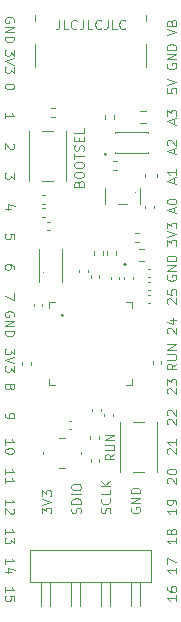
<source format=gbr>
%TF.GenerationSoftware,KiCad,Pcbnew,(6.0.1-0)*%
%TF.CreationDate,2023-04-29T18:30:50+02:00*%
%TF.ProjectId,archimedes,61726368-696d-4656-9465-732e6b696361,rev?*%
%TF.SameCoordinates,Original*%
%TF.FileFunction,Legend,Top*%
%TF.FilePolarity,Positive*%
%FSLAX46Y46*%
G04 Gerber Fmt 4.6, Leading zero omitted, Abs format (unit mm)*
G04 Created by KiCad (PCBNEW (6.0.1-0)) date 2023-04-29 18:30:50*
%MOMM*%
%LPD*%
G01*
G04 APERTURE LIST*
%ADD10C,0.100000*%
%ADD11C,0.120000*%
%ADD12C,0.150000*%
%ADD13C,0.160000*%
G04 APERTURE END LIST*
D10*
X157038095Y-110109523D02*
X157000000Y-110071428D01*
X156961904Y-109995238D01*
X156961904Y-109804761D01*
X157000000Y-109728571D01*
X157038095Y-109690476D01*
X157114285Y-109652380D01*
X157190476Y-109652380D01*
X157304761Y-109690476D01*
X157761904Y-110147619D01*
X157761904Y-109652380D01*
X156961904Y-109157142D02*
X156961904Y-109080952D01*
X157000000Y-109004761D01*
X157038095Y-108966666D01*
X157114285Y-108928571D01*
X157266666Y-108890476D01*
X157457142Y-108890476D01*
X157609523Y-108928571D01*
X157685714Y-108966666D01*
X157723809Y-109004761D01*
X157761904Y-109080952D01*
X157761904Y-109157142D01*
X157723809Y-109233333D01*
X157685714Y-109271428D01*
X157609523Y-109309523D01*
X157457142Y-109347619D01*
X157266666Y-109347619D01*
X157114285Y-109309523D01*
X157038095Y-109271428D01*
X157000000Y-109233333D01*
X156961904Y-109157142D01*
X157533333Y-84671428D02*
X157533333Y-84290476D01*
X157761904Y-84747619D02*
X156961904Y-84480952D01*
X157761904Y-84214285D01*
X157761904Y-83528571D02*
X157761904Y-83985714D01*
X157761904Y-83757142D02*
X156961904Y-83757142D01*
X157076190Y-83833333D01*
X157152380Y-83909523D01*
X157190476Y-83985714D01*
X157038095Y-107609523D02*
X157000000Y-107571428D01*
X156961904Y-107495238D01*
X156961904Y-107304761D01*
X157000000Y-107228571D01*
X157038095Y-107190476D01*
X157114285Y-107152380D01*
X157190476Y-107152380D01*
X157304761Y-107190476D01*
X157761904Y-107647619D01*
X157761904Y-107152380D01*
X157761904Y-106390476D02*
X157761904Y-106847619D01*
X157761904Y-106619047D02*
X156961904Y-106619047D01*
X157076190Y-106695238D01*
X157152380Y-106771428D01*
X157190476Y-106847619D01*
X152133809Y-112627619D02*
X152171904Y-112513333D01*
X152171904Y-112322857D01*
X152133809Y-112246666D01*
X152095714Y-112208571D01*
X152019523Y-112170476D01*
X151943333Y-112170476D01*
X151867142Y-112208571D01*
X151829047Y-112246666D01*
X151790952Y-112322857D01*
X151752857Y-112475238D01*
X151714761Y-112551428D01*
X151676666Y-112589523D01*
X151600476Y-112627619D01*
X151524285Y-112627619D01*
X151448095Y-112589523D01*
X151410000Y-112551428D01*
X151371904Y-112475238D01*
X151371904Y-112284761D01*
X151410000Y-112170476D01*
X152095714Y-111370476D02*
X152133809Y-111408571D01*
X152171904Y-111522857D01*
X152171904Y-111599047D01*
X152133809Y-111713333D01*
X152057619Y-111789523D01*
X151981428Y-111827619D01*
X151829047Y-111865714D01*
X151714761Y-111865714D01*
X151562380Y-111827619D01*
X151486190Y-111789523D01*
X151410000Y-111713333D01*
X151371904Y-111599047D01*
X151371904Y-111522857D01*
X151410000Y-111408571D01*
X151448095Y-111370476D01*
X152171904Y-110646666D02*
X152171904Y-111027619D01*
X151371904Y-111027619D01*
X152171904Y-110380000D02*
X151371904Y-110380000D01*
X152171904Y-109922857D02*
X151714761Y-110265714D01*
X151371904Y-109922857D02*
X151829047Y-110380000D01*
X152511904Y-107640476D02*
X152130952Y-107907142D01*
X152511904Y-108097619D02*
X151711904Y-108097619D01*
X151711904Y-107792857D01*
X151750000Y-107716666D01*
X151788095Y-107678571D01*
X151864285Y-107640476D01*
X151978571Y-107640476D01*
X152054761Y-107678571D01*
X152092857Y-107716666D01*
X152130952Y-107792857D01*
X152130952Y-108097619D01*
X151711904Y-107297619D02*
X152359523Y-107297619D01*
X152435714Y-107259523D01*
X152473809Y-107221428D01*
X152511904Y-107145238D01*
X152511904Y-106992857D01*
X152473809Y-106916666D01*
X152435714Y-106878571D01*
X152359523Y-106840476D01*
X151711904Y-106840476D01*
X152511904Y-106459523D02*
X151711904Y-106459523D01*
X152511904Y-106002380D01*
X151711904Y-106002380D01*
X156961904Y-76652380D02*
X156961904Y-77033333D01*
X157342857Y-77071428D01*
X157304761Y-77033333D01*
X157266666Y-76957142D01*
X157266666Y-76766666D01*
X157304761Y-76690476D01*
X157342857Y-76652380D01*
X157419047Y-76614285D01*
X157609523Y-76614285D01*
X157685714Y-76652380D01*
X157723809Y-76690476D01*
X157761904Y-76766666D01*
X157761904Y-76957142D01*
X157723809Y-77033333D01*
X157685714Y-77071428D01*
X156961904Y-76385714D02*
X157761904Y-76119047D01*
X156961904Y-75852380D01*
X143238095Y-111947619D02*
X143238095Y-111490476D01*
X143238095Y-111719047D02*
X144038095Y-111719047D01*
X143923809Y-111642857D01*
X143847619Y-111566666D01*
X143809523Y-111490476D01*
X143961904Y-112252380D02*
X144000000Y-112290476D01*
X144038095Y-112366666D01*
X144038095Y-112557142D01*
X144000000Y-112633333D01*
X143961904Y-112671428D01*
X143885714Y-112709523D01*
X143809523Y-112709523D01*
X143695238Y-112671428D01*
X143238095Y-112214285D01*
X143238095Y-112709523D01*
X144000000Y-71090476D02*
X144038095Y-71014285D01*
X144038095Y-70900000D01*
X144000000Y-70785714D01*
X143923809Y-70709523D01*
X143847619Y-70671428D01*
X143695238Y-70633333D01*
X143580952Y-70633333D01*
X143428571Y-70671428D01*
X143352380Y-70709523D01*
X143276190Y-70785714D01*
X143238095Y-70900000D01*
X143238095Y-70976190D01*
X143276190Y-71090476D01*
X143314285Y-71128571D01*
X143580952Y-71128571D01*
X143580952Y-70976190D01*
X143238095Y-71471428D02*
X144038095Y-71471428D01*
X143238095Y-71928571D01*
X144038095Y-71928571D01*
X143238095Y-72309523D02*
X144038095Y-72309523D01*
X144038095Y-72500000D01*
X144000000Y-72614285D01*
X143923809Y-72690476D01*
X143847619Y-72728571D01*
X143695238Y-72766666D01*
X143580952Y-72766666D01*
X143428571Y-72728571D01*
X143352380Y-72690476D01*
X143276190Y-72614285D01*
X143238095Y-72500000D01*
X143238095Y-72309523D01*
X157038095Y-94909523D02*
X157000000Y-94871428D01*
X156961904Y-94795238D01*
X156961904Y-94604761D01*
X157000000Y-94528571D01*
X157038095Y-94490476D01*
X157114285Y-94452380D01*
X157190476Y-94452380D01*
X157304761Y-94490476D01*
X157761904Y-94947619D01*
X157761904Y-94452380D01*
X156961904Y-93728571D02*
X156961904Y-94109523D01*
X157342857Y-94147619D01*
X157304761Y-94109523D01*
X157266666Y-94033333D01*
X157266666Y-93842857D01*
X157304761Y-93766666D01*
X157342857Y-93728571D01*
X157419047Y-93690476D01*
X157609523Y-93690476D01*
X157685714Y-93728571D01*
X157723809Y-93766666D01*
X157761904Y-93842857D01*
X157761904Y-94033333D01*
X157723809Y-94109523D01*
X157685714Y-94147619D01*
X157000000Y-74609523D02*
X156961904Y-74685714D01*
X156961904Y-74800000D01*
X157000000Y-74914285D01*
X157076190Y-74990476D01*
X157152380Y-75028571D01*
X157304761Y-75066666D01*
X157419047Y-75066666D01*
X157571428Y-75028571D01*
X157647619Y-74990476D01*
X157723809Y-74914285D01*
X157761904Y-74800000D01*
X157761904Y-74723809D01*
X157723809Y-74609523D01*
X157685714Y-74571428D01*
X157419047Y-74571428D01*
X157419047Y-74723809D01*
X157761904Y-74228571D02*
X156961904Y-74228571D01*
X157761904Y-73771428D01*
X156961904Y-73771428D01*
X157761904Y-73390476D02*
X156961904Y-73390476D01*
X156961904Y-73200000D01*
X157000000Y-73085714D01*
X157076190Y-73009523D01*
X157152380Y-72971428D01*
X157304761Y-72933333D01*
X157419047Y-72933333D01*
X157571428Y-72971428D01*
X157647619Y-73009523D01*
X157723809Y-73085714D01*
X157761904Y-73200000D01*
X157761904Y-73390476D01*
X157038095Y-97409523D02*
X157000000Y-97371428D01*
X156961904Y-97295238D01*
X156961904Y-97104761D01*
X157000000Y-97028571D01*
X157038095Y-96990476D01*
X157114285Y-96952380D01*
X157190476Y-96952380D01*
X157304761Y-96990476D01*
X157761904Y-97447619D01*
X157761904Y-96952380D01*
X157228571Y-96266666D02*
X157761904Y-96266666D01*
X156923809Y-96457142D02*
X157495238Y-96647619D01*
X157495238Y-96152380D01*
X153910000Y-112170476D02*
X153871904Y-112246666D01*
X153871904Y-112360952D01*
X153910000Y-112475238D01*
X153986190Y-112551428D01*
X154062380Y-112589523D01*
X154214761Y-112627619D01*
X154329047Y-112627619D01*
X154481428Y-112589523D01*
X154557619Y-112551428D01*
X154633809Y-112475238D01*
X154671904Y-112360952D01*
X154671904Y-112284761D01*
X154633809Y-112170476D01*
X154595714Y-112132380D01*
X154329047Y-112132380D01*
X154329047Y-112284761D01*
X154671904Y-111789523D02*
X153871904Y-111789523D01*
X154671904Y-111332380D01*
X153871904Y-111332380D01*
X154671904Y-110951428D02*
X153871904Y-110951428D01*
X153871904Y-110760952D01*
X153910000Y-110646666D01*
X153986190Y-110570476D01*
X154062380Y-110532380D01*
X154214761Y-110494285D01*
X154329047Y-110494285D01*
X154481428Y-110532380D01*
X154557619Y-110570476D01*
X154633809Y-110646666D01*
X154671904Y-110760952D01*
X154671904Y-110951428D01*
X143961904Y-81371428D02*
X144000000Y-81409523D01*
X144038095Y-81485714D01*
X144038095Y-81676190D01*
X144000000Y-81752380D01*
X143961904Y-81790476D01*
X143885714Y-81828571D01*
X143809523Y-81828571D01*
X143695238Y-81790476D01*
X143238095Y-81333333D01*
X143238095Y-81828571D01*
X144038095Y-76461904D02*
X144038095Y-76538095D01*
X144000000Y-76614285D01*
X143961904Y-76652380D01*
X143885714Y-76690476D01*
X143733333Y-76728571D01*
X143542857Y-76728571D01*
X143390476Y-76690476D01*
X143314285Y-76652380D01*
X143276190Y-76614285D01*
X143238095Y-76538095D01*
X143238095Y-76461904D01*
X143276190Y-76385714D01*
X143314285Y-76347619D01*
X143390476Y-76309523D01*
X143542857Y-76271428D01*
X143733333Y-76271428D01*
X143885714Y-76309523D01*
X143961904Y-76347619D01*
X144000000Y-76385714D01*
X144038095Y-76461904D01*
X157761904Y-99990476D02*
X157380952Y-100257142D01*
X157761904Y-100447619D02*
X156961904Y-100447619D01*
X156961904Y-100142857D01*
X157000000Y-100066666D01*
X157038095Y-100028571D01*
X157114285Y-99990476D01*
X157228571Y-99990476D01*
X157304761Y-100028571D01*
X157342857Y-100066666D01*
X157380952Y-100142857D01*
X157380952Y-100447619D01*
X156961904Y-99647619D02*
X157609523Y-99647619D01*
X157685714Y-99609523D01*
X157723809Y-99571428D01*
X157761904Y-99495238D01*
X157761904Y-99342857D01*
X157723809Y-99266666D01*
X157685714Y-99228571D01*
X157609523Y-99190476D01*
X156961904Y-99190476D01*
X157761904Y-98809523D02*
X156961904Y-98809523D01*
X157761904Y-98352380D01*
X156961904Y-98352380D01*
X157038095Y-102509523D02*
X157000000Y-102471428D01*
X156961904Y-102395238D01*
X156961904Y-102204761D01*
X157000000Y-102128571D01*
X157038095Y-102090476D01*
X157114285Y-102052380D01*
X157190476Y-102052380D01*
X157304761Y-102090476D01*
X157761904Y-102547619D01*
X157761904Y-102052380D01*
X156961904Y-101785714D02*
X156961904Y-101290476D01*
X157266666Y-101557142D01*
X157266666Y-101442857D01*
X157304761Y-101366666D01*
X157342857Y-101328571D01*
X157419047Y-101290476D01*
X157609523Y-101290476D01*
X157685714Y-101328571D01*
X157723809Y-101366666D01*
X157761904Y-101442857D01*
X157761904Y-101671428D01*
X157723809Y-101747619D01*
X157685714Y-101785714D01*
X157761904Y-119602380D02*
X157761904Y-120059523D01*
X157761904Y-119830952D02*
X156961904Y-119830952D01*
X157076190Y-119907142D01*
X157152380Y-119983333D01*
X157190476Y-120059523D01*
X156961904Y-118916666D02*
X156961904Y-119069047D01*
X157000000Y-119145238D01*
X157038095Y-119183333D01*
X157152380Y-119259523D01*
X157304761Y-119297619D01*
X157609523Y-119297619D01*
X157685714Y-119259523D01*
X157723809Y-119221428D01*
X157761904Y-119145238D01*
X157761904Y-118992857D01*
X157723809Y-118916666D01*
X157685714Y-118878571D01*
X157609523Y-118840476D01*
X157419047Y-118840476D01*
X157342857Y-118878571D01*
X157304761Y-118916666D01*
X157266666Y-118992857D01*
X157266666Y-119145238D01*
X157304761Y-119221428D01*
X157342857Y-119259523D01*
X157419047Y-119297619D01*
X156961904Y-89990476D02*
X156961904Y-89495238D01*
X157266666Y-89761904D01*
X157266666Y-89647619D01*
X157304761Y-89571428D01*
X157342857Y-89533333D01*
X157419047Y-89495238D01*
X157609523Y-89495238D01*
X157685714Y-89533333D01*
X157723809Y-89571428D01*
X157761904Y-89647619D01*
X157761904Y-89876190D01*
X157723809Y-89952380D01*
X157685714Y-89990476D01*
X156961904Y-89266666D02*
X157761904Y-89000000D01*
X156961904Y-88733333D01*
X156961904Y-88542857D02*
X156961904Y-88047619D01*
X157266666Y-88314285D01*
X157266666Y-88200000D01*
X157304761Y-88123809D01*
X157342857Y-88085714D01*
X157419047Y-88047619D01*
X157609523Y-88047619D01*
X157685714Y-88085714D01*
X157723809Y-88123809D01*
X157761904Y-88200000D01*
X157761904Y-88428571D01*
X157723809Y-88504761D01*
X157685714Y-88542857D01*
X143238095Y-104247619D02*
X143238095Y-104400000D01*
X143276190Y-104476190D01*
X143314285Y-104514285D01*
X143428571Y-104590476D01*
X143580952Y-104628571D01*
X143885714Y-104628571D01*
X143961904Y-104590476D01*
X144000000Y-104552380D01*
X144038095Y-104476190D01*
X144038095Y-104323809D01*
X144000000Y-104247619D01*
X143961904Y-104209523D01*
X143885714Y-104171428D01*
X143695238Y-104171428D01*
X143619047Y-104209523D01*
X143580952Y-104247619D01*
X143542857Y-104323809D01*
X143542857Y-104476190D01*
X143580952Y-104552380D01*
X143619047Y-104590476D01*
X143695238Y-104628571D01*
X144038095Y-83833333D02*
X144038095Y-84328571D01*
X143733333Y-84061904D01*
X143733333Y-84176190D01*
X143695238Y-84252380D01*
X143657142Y-84290476D01*
X143580952Y-84328571D01*
X143390476Y-84328571D01*
X143314285Y-84290476D01*
X143276190Y-84252380D01*
X143238095Y-84176190D01*
X143238095Y-83947619D01*
X143276190Y-83871428D01*
X143314285Y-83833333D01*
X143771428Y-86852380D02*
X143238095Y-86852380D01*
X144076190Y-86661904D02*
X143504761Y-86471428D01*
X143504761Y-86966666D01*
X144038095Y-94033333D02*
X144038095Y-94566666D01*
X143238095Y-94223809D01*
X157533333Y-87171428D02*
X157533333Y-86790476D01*
X157761904Y-87247619D02*
X156961904Y-86980952D01*
X157761904Y-86714285D01*
X156961904Y-86295238D02*
X156961904Y-86219047D01*
X157000000Y-86142857D01*
X157038095Y-86104761D01*
X157114285Y-86066666D01*
X157266666Y-86028571D01*
X157457142Y-86028571D01*
X157609523Y-86066666D01*
X157685714Y-86104761D01*
X157723809Y-86142857D01*
X157761904Y-86219047D01*
X157761904Y-86295238D01*
X157723809Y-86371428D01*
X157685714Y-86409523D01*
X157609523Y-86447619D01*
X157457142Y-86485714D01*
X157266666Y-86485714D01*
X157114285Y-86447619D01*
X157038095Y-86409523D01*
X157000000Y-86371428D01*
X156961904Y-86295238D01*
X143238095Y-109347619D02*
X143238095Y-108890476D01*
X143238095Y-109119047D02*
X144038095Y-109119047D01*
X143923809Y-109042857D01*
X143847619Y-108966666D01*
X143809523Y-108890476D01*
X143238095Y-110109523D02*
X143238095Y-109652380D01*
X143238095Y-109880952D02*
X144038095Y-109880952D01*
X143923809Y-109804761D01*
X143847619Y-109728571D01*
X143809523Y-109652380D01*
X147833333Y-70861904D02*
X147833333Y-71433333D01*
X147795238Y-71547619D01*
X147719047Y-71623809D01*
X147604761Y-71661904D01*
X147528571Y-71661904D01*
X148595238Y-71661904D02*
X148214285Y-71661904D01*
X148214285Y-70861904D01*
X149319047Y-71585714D02*
X149280952Y-71623809D01*
X149166666Y-71661904D01*
X149090476Y-71661904D01*
X148976190Y-71623809D01*
X148900000Y-71547619D01*
X148861904Y-71471428D01*
X148823809Y-71319047D01*
X148823809Y-71204761D01*
X148861904Y-71052380D01*
X148900000Y-70976190D01*
X148976190Y-70900000D01*
X149090476Y-70861904D01*
X149166666Y-70861904D01*
X149280952Y-70900000D01*
X149319047Y-70938095D01*
X149890476Y-70861904D02*
X149890476Y-71433333D01*
X149852380Y-71547619D01*
X149776190Y-71623809D01*
X149661904Y-71661904D01*
X149585714Y-71661904D01*
X150652380Y-71661904D02*
X150271428Y-71661904D01*
X150271428Y-70861904D01*
X151376190Y-71585714D02*
X151338095Y-71623809D01*
X151223809Y-71661904D01*
X151147619Y-71661904D01*
X151033333Y-71623809D01*
X150957142Y-71547619D01*
X150919047Y-71471428D01*
X150880952Y-71319047D01*
X150880952Y-71204761D01*
X150919047Y-71052380D01*
X150957142Y-70976190D01*
X151033333Y-70900000D01*
X151147619Y-70861904D01*
X151223809Y-70861904D01*
X151338095Y-70900000D01*
X151376190Y-70938095D01*
X151947619Y-70861904D02*
X151947619Y-71433333D01*
X151909523Y-71547619D01*
X151833333Y-71623809D01*
X151719047Y-71661904D01*
X151642857Y-71661904D01*
X152709523Y-71661904D02*
X152328571Y-71661904D01*
X152328571Y-70861904D01*
X153433333Y-71585714D02*
X153395238Y-71623809D01*
X153280952Y-71661904D01*
X153204761Y-71661904D01*
X153090476Y-71623809D01*
X153014285Y-71547619D01*
X152976190Y-71471428D01*
X152938095Y-71319047D01*
X152938095Y-71204761D01*
X152976190Y-71052380D01*
X153014285Y-70976190D01*
X153090476Y-70900000D01*
X153204761Y-70861904D01*
X153280952Y-70861904D01*
X153395238Y-70900000D01*
X153433333Y-70938095D01*
X144000000Y-95990476D02*
X144038095Y-95914285D01*
X144038095Y-95800000D01*
X144000000Y-95685714D01*
X143923809Y-95609523D01*
X143847619Y-95571428D01*
X143695238Y-95533333D01*
X143580952Y-95533333D01*
X143428571Y-95571428D01*
X143352380Y-95609523D01*
X143276190Y-95685714D01*
X143238095Y-95800000D01*
X143238095Y-95876190D01*
X143276190Y-95990476D01*
X143314285Y-96028571D01*
X143580952Y-96028571D01*
X143580952Y-95876190D01*
X143238095Y-96371428D02*
X144038095Y-96371428D01*
X143238095Y-96828571D01*
X144038095Y-96828571D01*
X143238095Y-97209523D02*
X144038095Y-97209523D01*
X144038095Y-97400000D01*
X144000000Y-97514285D01*
X143923809Y-97590476D01*
X143847619Y-97628571D01*
X143695238Y-97666666D01*
X143580952Y-97666666D01*
X143428571Y-97628571D01*
X143352380Y-97590476D01*
X143276190Y-97514285D01*
X143238095Y-97400000D01*
X143238095Y-97209523D01*
X157533333Y-79671428D02*
X157533333Y-79290476D01*
X157761904Y-79747619D02*
X156961904Y-79480952D01*
X157761904Y-79214285D01*
X156961904Y-79023809D02*
X156961904Y-78528571D01*
X157266666Y-78795238D01*
X157266666Y-78680952D01*
X157304761Y-78604761D01*
X157342857Y-78566666D01*
X157419047Y-78528571D01*
X157609523Y-78528571D01*
X157685714Y-78566666D01*
X157723809Y-78604761D01*
X157761904Y-78680952D01*
X157761904Y-78909523D01*
X157723809Y-78985714D01*
X157685714Y-79023809D01*
X157761904Y-114752380D02*
X157761904Y-115209523D01*
X157761904Y-114980952D02*
X156961904Y-114980952D01*
X157076190Y-115057142D01*
X157152380Y-115133333D01*
X157190476Y-115209523D01*
X157304761Y-114295238D02*
X157266666Y-114371428D01*
X157228571Y-114409523D01*
X157152380Y-114447619D01*
X157114285Y-114447619D01*
X157038095Y-114409523D01*
X157000000Y-114371428D01*
X156961904Y-114295238D01*
X156961904Y-114142857D01*
X157000000Y-114066666D01*
X157038095Y-114028571D01*
X157114285Y-113990476D01*
X157152380Y-113990476D01*
X157228571Y-114028571D01*
X157266666Y-114066666D01*
X157304761Y-114142857D01*
X157304761Y-114295238D01*
X157342857Y-114371428D01*
X157380952Y-114409523D01*
X157457142Y-114447619D01*
X157609523Y-114447619D01*
X157685714Y-114409523D01*
X157723809Y-114371428D01*
X157761904Y-114295238D01*
X157761904Y-114142857D01*
X157723809Y-114066666D01*
X157685714Y-114028571D01*
X157609523Y-113990476D01*
X157457142Y-113990476D01*
X157380952Y-114028571D01*
X157342857Y-114066666D01*
X157304761Y-114142857D01*
X143695238Y-101823809D02*
X143733333Y-101747619D01*
X143771428Y-101709523D01*
X143847619Y-101671428D01*
X143885714Y-101671428D01*
X143961904Y-101709523D01*
X144000000Y-101747619D01*
X144038095Y-101823809D01*
X144038095Y-101976190D01*
X144000000Y-102052380D01*
X143961904Y-102090476D01*
X143885714Y-102128571D01*
X143847619Y-102128571D01*
X143771428Y-102090476D01*
X143733333Y-102052380D01*
X143695238Y-101976190D01*
X143695238Y-101823809D01*
X143657142Y-101747619D01*
X143619047Y-101709523D01*
X143542857Y-101671428D01*
X143390476Y-101671428D01*
X143314285Y-101709523D01*
X143276190Y-101747619D01*
X143238095Y-101823809D01*
X143238095Y-101976190D01*
X143276190Y-102052380D01*
X143314285Y-102090476D01*
X143390476Y-102128571D01*
X143542857Y-102128571D01*
X143619047Y-102090476D01*
X143657142Y-102052380D01*
X143695238Y-101976190D01*
X144038095Y-73409523D02*
X144038095Y-73904761D01*
X143733333Y-73638095D01*
X143733333Y-73752380D01*
X143695238Y-73828571D01*
X143657142Y-73866666D01*
X143580952Y-73904761D01*
X143390476Y-73904761D01*
X143314285Y-73866666D01*
X143276190Y-73828571D01*
X143238095Y-73752380D01*
X143238095Y-73523809D01*
X143276190Y-73447619D01*
X143314285Y-73409523D01*
X144038095Y-74133333D02*
X143238095Y-74400000D01*
X144038095Y-74666666D01*
X144038095Y-74857142D02*
X144038095Y-75352380D01*
X143733333Y-75085714D01*
X143733333Y-75200000D01*
X143695238Y-75276190D01*
X143657142Y-75314285D01*
X143580952Y-75352380D01*
X143390476Y-75352380D01*
X143314285Y-75314285D01*
X143276190Y-75276190D01*
X143238095Y-75200000D01*
X143238095Y-74971428D01*
X143276190Y-74895238D01*
X143314285Y-74857142D01*
X143238095Y-106847619D02*
X143238095Y-106390476D01*
X143238095Y-106619047D02*
X144038095Y-106619047D01*
X143923809Y-106542857D01*
X143847619Y-106466666D01*
X143809523Y-106390476D01*
X144038095Y-107342857D02*
X144038095Y-107419047D01*
X144000000Y-107495238D01*
X143961904Y-107533333D01*
X143885714Y-107571428D01*
X143733333Y-107609523D01*
X143542857Y-107609523D01*
X143390476Y-107571428D01*
X143314285Y-107533333D01*
X143276190Y-107495238D01*
X143238095Y-107419047D01*
X143238095Y-107342857D01*
X143276190Y-107266666D01*
X143314285Y-107228571D01*
X143390476Y-107190476D01*
X143542857Y-107152380D01*
X143733333Y-107152380D01*
X143885714Y-107190476D01*
X143961904Y-107228571D01*
X144000000Y-107266666D01*
X144038095Y-107342857D01*
X143238095Y-116947619D02*
X143238095Y-116490476D01*
X143238095Y-116719047D02*
X144038095Y-116719047D01*
X143923809Y-116642857D01*
X143847619Y-116566666D01*
X143809523Y-116490476D01*
X143771428Y-117633333D02*
X143238095Y-117633333D01*
X144076190Y-117442857D02*
X143504761Y-117252380D01*
X143504761Y-117747619D01*
X143238095Y-79228571D02*
X143238095Y-78771428D01*
X143238095Y-79000000D02*
X144038095Y-79000000D01*
X143923809Y-78923809D01*
X143847619Y-78847619D01*
X143809523Y-78771428D01*
X157038095Y-105109523D02*
X157000000Y-105071428D01*
X156961904Y-104995238D01*
X156961904Y-104804761D01*
X157000000Y-104728571D01*
X157038095Y-104690476D01*
X157114285Y-104652380D01*
X157190476Y-104652380D01*
X157304761Y-104690476D01*
X157761904Y-105147619D01*
X157761904Y-104652380D01*
X157038095Y-104347619D02*
X157000000Y-104309523D01*
X156961904Y-104233333D01*
X156961904Y-104042857D01*
X157000000Y-103966666D01*
X157038095Y-103928571D01*
X157114285Y-103890476D01*
X157190476Y-103890476D01*
X157304761Y-103928571D01*
X157761904Y-104385714D01*
X157761904Y-103890476D01*
X157761904Y-117252380D02*
X157761904Y-117709523D01*
X157761904Y-117480952D02*
X156961904Y-117480952D01*
X157076190Y-117557142D01*
X157152380Y-117633333D01*
X157190476Y-117709523D01*
X156961904Y-116985714D02*
X156961904Y-116452380D01*
X157761904Y-116795238D01*
X143238095Y-119347619D02*
X143238095Y-118890476D01*
X143238095Y-119119047D02*
X144038095Y-119119047D01*
X143923809Y-119042857D01*
X143847619Y-118966666D01*
X143809523Y-118890476D01*
X144038095Y-120071428D02*
X144038095Y-119690476D01*
X143657142Y-119652380D01*
X143695238Y-119690476D01*
X143733333Y-119766666D01*
X143733333Y-119957142D01*
X143695238Y-120033333D01*
X143657142Y-120071428D01*
X143580952Y-120109523D01*
X143390476Y-120109523D01*
X143314285Y-120071428D01*
X143276190Y-120033333D01*
X143238095Y-119957142D01*
X143238095Y-119766666D01*
X143276190Y-119690476D01*
X143314285Y-119652380D01*
X143238095Y-114447619D02*
X143238095Y-113990476D01*
X143238095Y-114219047D02*
X144038095Y-114219047D01*
X143923809Y-114142857D01*
X143847619Y-114066666D01*
X143809523Y-113990476D01*
X144038095Y-114714285D02*
X144038095Y-115209523D01*
X143733333Y-114942857D01*
X143733333Y-115057142D01*
X143695238Y-115133333D01*
X143657142Y-115171428D01*
X143580952Y-115209523D01*
X143390476Y-115209523D01*
X143314285Y-115171428D01*
X143276190Y-115133333D01*
X143238095Y-115057142D01*
X143238095Y-114828571D01*
X143276190Y-114752380D01*
X143314285Y-114714285D01*
X156961904Y-72166666D02*
X157761904Y-71900000D01*
X156961904Y-71633333D01*
X157342857Y-71100000D02*
X157380952Y-70985714D01*
X157419047Y-70947619D01*
X157495238Y-70909523D01*
X157609523Y-70909523D01*
X157685714Y-70947619D01*
X157723809Y-70985714D01*
X157761904Y-71061904D01*
X157761904Y-71366666D01*
X156961904Y-71366666D01*
X156961904Y-71100000D01*
X157000000Y-71023809D01*
X157038095Y-70985714D01*
X157114285Y-70947619D01*
X157190476Y-70947619D01*
X157266666Y-70985714D01*
X157304761Y-71023809D01*
X157342857Y-71100000D01*
X157342857Y-71366666D01*
X157761904Y-112252380D02*
X157761904Y-112709523D01*
X157761904Y-112480952D02*
X156961904Y-112480952D01*
X157076190Y-112557142D01*
X157152380Y-112633333D01*
X157190476Y-112709523D01*
X157761904Y-111871428D02*
X157761904Y-111719047D01*
X157723809Y-111642857D01*
X157685714Y-111604761D01*
X157571428Y-111528571D01*
X157419047Y-111490476D01*
X157114285Y-111490476D01*
X157038095Y-111528571D01*
X157000000Y-111566666D01*
X156961904Y-111642857D01*
X156961904Y-111795238D01*
X157000000Y-111871428D01*
X157038095Y-111909523D01*
X157114285Y-111947619D01*
X157304761Y-111947619D01*
X157380952Y-111909523D01*
X157419047Y-111871428D01*
X157457142Y-111795238D01*
X157457142Y-111642857D01*
X157419047Y-111566666D01*
X157380952Y-111528571D01*
X157304761Y-111490476D01*
X157533333Y-82171428D02*
X157533333Y-81790476D01*
X157761904Y-82247619D02*
X156961904Y-81980952D01*
X157761904Y-81714285D01*
X157038095Y-81485714D02*
X157000000Y-81447619D01*
X156961904Y-81371428D01*
X156961904Y-81180952D01*
X157000000Y-81104761D01*
X157038095Y-81066666D01*
X157114285Y-81028571D01*
X157190476Y-81028571D01*
X157304761Y-81066666D01*
X157761904Y-81523809D01*
X157761904Y-81028571D01*
X146371904Y-112665714D02*
X146371904Y-112170476D01*
X146676666Y-112437142D01*
X146676666Y-112322857D01*
X146714761Y-112246666D01*
X146752857Y-112208571D01*
X146829047Y-112170476D01*
X147019523Y-112170476D01*
X147095714Y-112208571D01*
X147133809Y-112246666D01*
X147171904Y-112322857D01*
X147171904Y-112551428D01*
X147133809Y-112627619D01*
X147095714Y-112665714D01*
X146371904Y-111941904D02*
X147171904Y-111675238D01*
X146371904Y-111408571D01*
X146371904Y-111218095D02*
X146371904Y-110722857D01*
X146676666Y-110989523D01*
X146676666Y-110875238D01*
X146714761Y-110799047D01*
X146752857Y-110760952D01*
X146829047Y-110722857D01*
X147019523Y-110722857D01*
X147095714Y-110760952D01*
X147133809Y-110799047D01*
X147171904Y-110875238D01*
X147171904Y-111103809D01*
X147133809Y-111180000D01*
X147095714Y-111218095D01*
X149492857Y-84752380D02*
X149530952Y-84638095D01*
X149569047Y-84600000D01*
X149645238Y-84561904D01*
X149759523Y-84561904D01*
X149835714Y-84600000D01*
X149873809Y-84638095D01*
X149911904Y-84714285D01*
X149911904Y-85019047D01*
X149111904Y-85019047D01*
X149111904Y-84752380D01*
X149150000Y-84676190D01*
X149188095Y-84638095D01*
X149264285Y-84600000D01*
X149340476Y-84600000D01*
X149416666Y-84638095D01*
X149454761Y-84676190D01*
X149492857Y-84752380D01*
X149492857Y-85019047D01*
X149111904Y-84066666D02*
X149111904Y-83914285D01*
X149150000Y-83838095D01*
X149226190Y-83761904D01*
X149378571Y-83723809D01*
X149645238Y-83723809D01*
X149797619Y-83761904D01*
X149873809Y-83838095D01*
X149911904Y-83914285D01*
X149911904Y-84066666D01*
X149873809Y-84142857D01*
X149797619Y-84219047D01*
X149645238Y-84257142D01*
X149378571Y-84257142D01*
X149226190Y-84219047D01*
X149150000Y-84142857D01*
X149111904Y-84066666D01*
X149111904Y-83228571D02*
X149111904Y-83076190D01*
X149150000Y-83000000D01*
X149226190Y-82923809D01*
X149378571Y-82885714D01*
X149645238Y-82885714D01*
X149797619Y-82923809D01*
X149873809Y-83000000D01*
X149911904Y-83076190D01*
X149911904Y-83228571D01*
X149873809Y-83304761D01*
X149797619Y-83380952D01*
X149645238Y-83419047D01*
X149378571Y-83419047D01*
X149226190Y-83380952D01*
X149150000Y-83304761D01*
X149111904Y-83228571D01*
X149111904Y-82657142D02*
X149111904Y-82200000D01*
X149911904Y-82428571D02*
X149111904Y-82428571D01*
X149873809Y-81971428D02*
X149911904Y-81857142D01*
X149911904Y-81666666D01*
X149873809Y-81590476D01*
X149835714Y-81552380D01*
X149759523Y-81514285D01*
X149683333Y-81514285D01*
X149607142Y-81552380D01*
X149569047Y-81590476D01*
X149530952Y-81666666D01*
X149492857Y-81819047D01*
X149454761Y-81895238D01*
X149416666Y-81933333D01*
X149340476Y-81971428D01*
X149264285Y-81971428D01*
X149188095Y-81933333D01*
X149150000Y-81895238D01*
X149111904Y-81819047D01*
X149111904Y-81628571D01*
X149150000Y-81514285D01*
X149492857Y-81171428D02*
X149492857Y-80904761D01*
X149911904Y-80790476D02*
X149911904Y-81171428D01*
X149111904Y-81171428D01*
X149111904Y-80790476D01*
X149911904Y-80066666D02*
X149911904Y-80447619D01*
X149111904Y-80447619D01*
X144038095Y-98709523D02*
X144038095Y-99204761D01*
X143733333Y-98938095D01*
X143733333Y-99052380D01*
X143695238Y-99128571D01*
X143657142Y-99166666D01*
X143580952Y-99204761D01*
X143390476Y-99204761D01*
X143314285Y-99166666D01*
X143276190Y-99128571D01*
X143238095Y-99052380D01*
X143238095Y-98823809D01*
X143276190Y-98747619D01*
X143314285Y-98709523D01*
X144038095Y-99433333D02*
X143238095Y-99700000D01*
X144038095Y-99966666D01*
X144038095Y-100157142D02*
X144038095Y-100652380D01*
X143733333Y-100385714D01*
X143733333Y-100500000D01*
X143695238Y-100576190D01*
X143657142Y-100614285D01*
X143580952Y-100652380D01*
X143390476Y-100652380D01*
X143314285Y-100614285D01*
X143276190Y-100576190D01*
X143238095Y-100500000D01*
X143238095Y-100271428D01*
X143276190Y-100195238D01*
X143314285Y-100157142D01*
X149633809Y-112627619D02*
X149671904Y-112513333D01*
X149671904Y-112322857D01*
X149633809Y-112246666D01*
X149595714Y-112208571D01*
X149519523Y-112170476D01*
X149443333Y-112170476D01*
X149367142Y-112208571D01*
X149329047Y-112246666D01*
X149290952Y-112322857D01*
X149252857Y-112475238D01*
X149214761Y-112551428D01*
X149176666Y-112589523D01*
X149100476Y-112627619D01*
X149024285Y-112627619D01*
X148948095Y-112589523D01*
X148910000Y-112551428D01*
X148871904Y-112475238D01*
X148871904Y-112284761D01*
X148910000Y-112170476D01*
X149671904Y-111827619D02*
X148871904Y-111827619D01*
X148871904Y-111637142D01*
X148910000Y-111522857D01*
X148986190Y-111446666D01*
X149062380Y-111408571D01*
X149214761Y-111370476D01*
X149329047Y-111370476D01*
X149481428Y-111408571D01*
X149557619Y-111446666D01*
X149633809Y-111522857D01*
X149671904Y-111637142D01*
X149671904Y-111827619D01*
X149671904Y-111027619D02*
X148871904Y-111027619D01*
X148871904Y-110494285D02*
X148871904Y-110341904D01*
X148910000Y-110265714D01*
X148986190Y-110189523D01*
X149138571Y-110151428D01*
X149405238Y-110151428D01*
X149557619Y-110189523D01*
X149633809Y-110265714D01*
X149671904Y-110341904D01*
X149671904Y-110494285D01*
X149633809Y-110570476D01*
X149557619Y-110646666D01*
X149405238Y-110684761D01*
X149138571Y-110684761D01*
X148986190Y-110646666D01*
X148910000Y-110570476D01*
X148871904Y-110494285D01*
X157000000Y-92509523D02*
X156961904Y-92585714D01*
X156961904Y-92700000D01*
X157000000Y-92814285D01*
X157076190Y-92890476D01*
X157152380Y-92928571D01*
X157304761Y-92966666D01*
X157419047Y-92966666D01*
X157571428Y-92928571D01*
X157647619Y-92890476D01*
X157723809Y-92814285D01*
X157761904Y-92700000D01*
X157761904Y-92623809D01*
X157723809Y-92509523D01*
X157685714Y-92471428D01*
X157419047Y-92471428D01*
X157419047Y-92623809D01*
X157761904Y-92128571D02*
X156961904Y-92128571D01*
X157761904Y-91671428D01*
X156961904Y-91671428D01*
X157761904Y-91290476D02*
X156961904Y-91290476D01*
X156961904Y-91100000D01*
X157000000Y-90985714D01*
X157076190Y-90909523D01*
X157152380Y-90871428D01*
X157304761Y-90833333D01*
X157419047Y-90833333D01*
X157571428Y-90871428D01*
X157647619Y-90909523D01*
X157723809Y-90985714D01*
X157761904Y-91100000D01*
X157761904Y-91290476D01*
X144038095Y-89390476D02*
X144038095Y-89009523D01*
X143657142Y-88971428D01*
X143695238Y-89009523D01*
X143733333Y-89085714D01*
X143733333Y-89276190D01*
X143695238Y-89352380D01*
X143657142Y-89390476D01*
X143580952Y-89428571D01*
X143390476Y-89428571D01*
X143314285Y-89390476D01*
X143276190Y-89352380D01*
X143238095Y-89276190D01*
X143238095Y-89085714D01*
X143276190Y-89009523D01*
X143314285Y-88971428D01*
X144038095Y-91952380D02*
X144038095Y-91800000D01*
X144000000Y-91723809D01*
X143961904Y-91685714D01*
X143847619Y-91609523D01*
X143695238Y-91571428D01*
X143390476Y-91571428D01*
X143314285Y-91609523D01*
X143276190Y-91647619D01*
X143238095Y-91723809D01*
X143238095Y-91876190D01*
X143276190Y-91952380D01*
X143314285Y-91990476D01*
X143390476Y-92028571D01*
X143580952Y-92028571D01*
X143657142Y-91990476D01*
X143695238Y-91952380D01*
X143733333Y-91876190D01*
X143733333Y-91723809D01*
X143695238Y-91647619D01*
X143657142Y-91609523D01*
X143580952Y-91571428D01*
D11*
%TO.C,R5*%
X151555000Y-90763641D02*
X151555000Y-90456359D01*
X150795000Y-90763641D02*
X150795000Y-90456359D01*
%TO.C,D1*%
X152570000Y-82150000D02*
X152570000Y-82050000D01*
X152570000Y-82150000D02*
X155370000Y-82150000D01*
X155370000Y-82150000D02*
X155370000Y-82050000D01*
X155370000Y-80450000D02*
X155370000Y-80350000D01*
X152570000Y-80350000D02*
X152570000Y-80450000D01*
X155370000Y-80350000D02*
X152570000Y-80350000D01*
D12*
X151795000Y-82250000D02*
G75*
G03*
X151795000Y-82250000I-75000J0D01*
G01*
D11*
%TO.C,C5*%
X155342164Y-94860000D02*
X155557836Y-94860000D01*
X155342164Y-94140000D02*
X155557836Y-94140000D01*
%TO.C,C16*%
X148652164Y-104840000D02*
X148867836Y-104840000D01*
X148652164Y-105560000D02*
X148867836Y-105560000D01*
%TO.C,R7*%
X154576141Y-88955000D02*
X154268859Y-88955000D01*
X154576141Y-89715000D02*
X154268859Y-89715000D01*
%TO.C,C11*%
X155342164Y-92660000D02*
X155557836Y-92660000D01*
X155342164Y-91940000D02*
X155557836Y-91940000D01*
%TO.C,C1*%
X155090000Y-83934420D02*
X155090000Y-84215580D01*
X156110000Y-83934420D02*
X156110000Y-84215580D01*
%TO.C,J4*%
X145360000Y-115785000D02*
X145360000Y-118445000D01*
X154690000Y-118445000D02*
X154690000Y-120545000D01*
X155640000Y-115785000D02*
X145360000Y-115785000D01*
X155640000Y-118445000D02*
X155640000Y-115785000D01*
X151390000Y-120545000D02*
X151390000Y-118445000D01*
X152150000Y-118445000D02*
X152150000Y-120545000D01*
X146310000Y-120545000D02*
X146310000Y-118445000D01*
X148850000Y-120545000D02*
X148850000Y-118445000D01*
X145360000Y-118445000D02*
X155640000Y-118445000D01*
X153930000Y-120545000D02*
X153930000Y-118445000D01*
X147070000Y-118445000D02*
X147070000Y-120545000D01*
X149610000Y-118445000D02*
X149610000Y-120545000D01*
%TO.C,C3*%
X153340000Y-92857836D02*
X153340000Y-92642164D01*
X154060000Y-92857836D02*
X154060000Y-92642164D01*
%TO.C,R6*%
X152605000Y-90753641D02*
X152605000Y-90446359D01*
X151845000Y-90753641D02*
X151845000Y-90446359D01*
%TO.C,R2*%
X151745000Y-78946359D02*
X151745000Y-79253641D01*
X152505000Y-78946359D02*
X152505000Y-79253641D01*
%TO.C,C14*%
X149515000Y-92257836D02*
X149515000Y-92042164D01*
X150235000Y-92257836D02*
X150235000Y-92042164D01*
%TO.C,R8*%
X146346359Y-86820000D02*
X146653641Y-86820000D01*
X146346359Y-87580000D02*
X146653641Y-87580000D01*
%TO.C,U2*%
X147000000Y-101800000D02*
X147500000Y-101800000D01*
X147500000Y-101800000D02*
X147000000Y-101800000D01*
X147000000Y-94800000D02*
X147500000Y-94800000D01*
X154000000Y-101800000D02*
X153500000Y-101800000D01*
X147000000Y-101800000D02*
X147000000Y-101300000D01*
X147000000Y-95300000D02*
X147000000Y-94800000D01*
X147000000Y-94800000D02*
X147000000Y-95300000D01*
X154000000Y-101800000D02*
X154000000Y-101300000D01*
X154000000Y-94800000D02*
X154000000Y-95300000D01*
X154000000Y-101300000D02*
X154000000Y-101800000D01*
X154000000Y-94800000D02*
X153500000Y-94800000D01*
D13*
X148180000Y-95900000D02*
G75*
G03*
X148180000Y-95900000I-80000J0D01*
G01*
D11*
%TO.C,R1*%
X147453641Y-79130000D02*
X147146359Y-79130000D01*
X147453641Y-78370000D02*
X147146359Y-78370000D01*
%TO.C,LED1*%
X154562742Y-90285000D02*
X155037258Y-90285000D01*
X154562742Y-91285000D02*
X155037258Y-91285000D01*
D12*
X153475000Y-91585000D02*
G75*
G03*
X153475000Y-91585000I-75000J0D01*
G01*
D11*
%TO.C,C15*%
X151210000Y-108092164D02*
X151210000Y-108307836D01*
X150490000Y-108092164D02*
X150490000Y-108307836D01*
%TO.C,SW1*%
X146350000Y-84500000D02*
X147350000Y-84500000D01*
X148450000Y-80300000D02*
X148450000Y-84500000D01*
X146350000Y-80300000D02*
X147350000Y-80300000D01*
X145250000Y-80300000D02*
X145250000Y-84500000D01*
%TO.C,C17*%
X146842164Y-87990000D02*
X147057836Y-87990000D01*
X146842164Y-88710000D02*
X147057836Y-88710000D01*
%TO.C,R4*%
X151230000Y-106096359D02*
X151230000Y-106403641D01*
X150470000Y-106096359D02*
X150470000Y-106403641D01*
%TO.C,C8*%
X151360000Y-103792164D02*
X151360000Y-104007836D01*
X150640000Y-103792164D02*
X150640000Y-104007836D01*
%TO.C,Y1*%
X146500000Y-107450000D02*
X146500000Y-107650000D01*
X149700000Y-107450000D02*
X149700000Y-107650000D01*
X147840000Y-108800000D02*
X148360000Y-108800000D01*
X147840000Y-106300000D02*
X148360000Y-106300000D01*
%TO.C,J1*%
X145800000Y-71000000D02*
X145800000Y-70500000D01*
X155200000Y-74900000D02*
X155200000Y-72900000D01*
X155200000Y-71000000D02*
X155200000Y-70500000D01*
X145800000Y-74900000D02*
X145800000Y-72900000D01*
%TO.C,C2*%
X155860000Y-86827836D02*
X155860000Y-86612164D01*
X155140000Y-86827836D02*
X155140000Y-86612164D01*
%TO.C,U3*%
X146100000Y-93050000D02*
X146100000Y-90250000D01*
X148100000Y-93050000D02*
X148100000Y-90250000D01*
D10*
X146500000Y-92300000D02*
G75*
G03*
X146500000Y-92300000I-50000J0D01*
G01*
D11*
%TO.C,C9*%
X146385000Y-95132836D02*
X146385000Y-94917164D01*
X145665000Y-95132836D02*
X145665000Y-94917164D01*
%TO.C,SW2*%
X155050000Y-104950000D02*
X154050000Y-104950000D01*
X152950000Y-109150000D02*
X152950000Y-104950000D01*
X156150000Y-109150000D02*
X156150000Y-104950000D01*
X155050000Y-109150000D02*
X154050000Y-109150000D01*
%TO.C,C6*%
X145420000Y-99852164D02*
X145420000Y-100067836D01*
X144700000Y-99852164D02*
X144700000Y-100067836D01*
%TO.C,R9*%
X146346359Y-85670000D02*
X146653641Y-85670000D01*
X146346359Y-86430000D02*
X146653641Y-86430000D01*
%TO.C,C13*%
X152360000Y-104217164D02*
X152360000Y-104432836D01*
X151640000Y-104217164D02*
X151640000Y-104432836D01*
%TO.C,C7*%
X155740000Y-99762164D02*
X155740000Y-99977836D01*
X156460000Y-99762164D02*
X156460000Y-99977836D01*
%TO.C,C12*%
X152910000Y-92857836D02*
X152910000Y-92642164D01*
X152190000Y-92857836D02*
X152190000Y-92642164D01*
%TO.C,F1*%
X154712742Y-78577500D02*
X155187258Y-78577500D01*
X154712742Y-79622500D02*
X155187258Y-79622500D01*
%TO.C,U1*%
X151750000Y-85750000D02*
X151750000Y-85100000D01*
X151750000Y-85750000D02*
X151750000Y-86500000D01*
X154650000Y-85800000D02*
X154650000Y-85100000D01*
X153550000Y-86500000D02*
X152850000Y-86500000D01*
X154650000Y-85800000D02*
X154650000Y-86500000D01*
X154310000Y-85500000D02*
G75*
G03*
X154310000Y-85500000I-60000J0D01*
G01*
%TO.C,FB1*%
X152396359Y-82820000D02*
X152703641Y-82820000D01*
X152396359Y-83580000D02*
X152703641Y-83580000D01*
%TO.C,C4*%
X151235000Y-92707836D02*
X151235000Y-92492164D01*
X150515000Y-92707836D02*
X150515000Y-92492164D01*
%TO.C,C10*%
X155342164Y-93760000D02*
X155557836Y-93760000D01*
X155342164Y-93040000D02*
X155557836Y-93040000D01*
%TD*%
M02*

</source>
